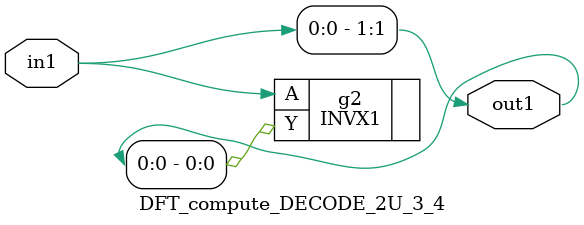
<source format=v>
`timescale 1ps / 1ps


module DFT_compute_DECODE_2U_3_4(in1, out1);
  input in1;
  output [1:0] out1;
  wire in1;
  wire [1:0] out1;
  assign out1[1] = in1;
  INVX1 g2(.A (in1), .Y (out1[0]));
endmodule



</source>
